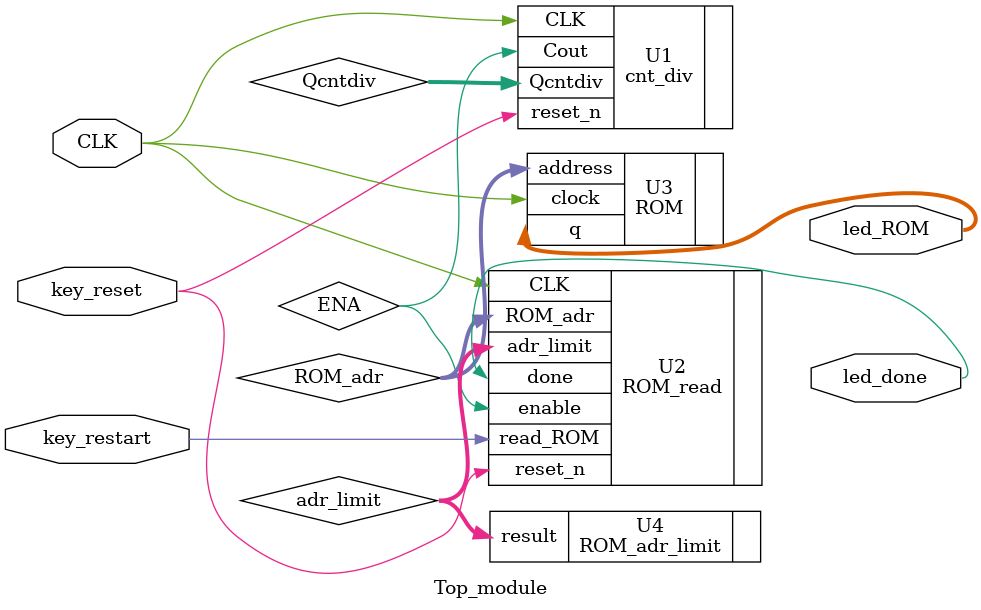
<source format=v>
module Top_module (
	input CLK,
	input key_reset,
	input key_restart,
	output led_done,
	output [4:0] led_ROM
);

wire [4:0] ROM_adr;
wire [4:0] adr_limit;
wire read_ROM;
wire Cout;
wire ENA;
wire [25:0] Qcntdiv;

cnt_div U1 (
	.CLK (CLK),
	.reset_n (key_reset),
	.Cout (ENA),
	.Qcntdiv (Qcntdiv),
);

ROM_read U2 (
	.CLK (CLK),
	.reset_n (key_reset),
	.read_ROM (key_restart),
	.enable (ENA),
	.adr_limit (adr_limit),
	.ROM_adr (ROM_adr),
	.done (led_done)
);

ROM U3 (
	.address (ROM_adr),
	.clock (CLK),
	.q (led_ROM)
);

ROM_adr_limit U4 (
	.result (adr_limit)
);

endmodule

</source>
